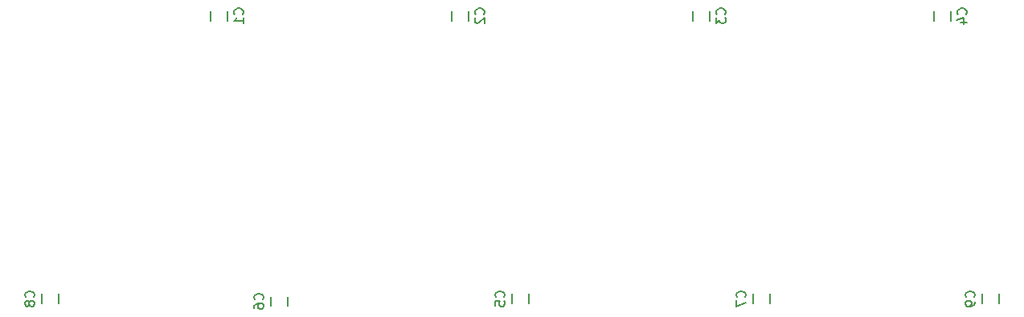
<source format=gbr>
G04 #@! TF.FileFunction,Legend,Bot*
%FSLAX46Y46*%
G04 Gerber Fmt 4.6, Leading zero omitted, Abs format (unit mm)*
G04 Created by KiCad (PCBNEW 4.0.2+dfsg1-stable) date Fri 15 Jul 2016 15:34:48 BRT*
%MOMM*%
G01*
G04 APERTURE LIST*
%ADD10C,0.100000*%
%ADD11C,0.150000*%
G04 APERTURE END LIST*
D10*
D11*
X99910000Y-105545000D02*
X99910000Y-106545000D01*
X98210000Y-106545000D02*
X98210000Y-105545000D01*
X125310000Y-105545000D02*
X125310000Y-106545000D01*
X123610000Y-106545000D02*
X123610000Y-105545000D01*
X150710000Y-105545000D02*
X150710000Y-106545000D01*
X149010000Y-106545000D02*
X149010000Y-105545000D01*
X176110000Y-105545000D02*
X176110000Y-106545000D01*
X174410000Y-106545000D02*
X174410000Y-105545000D01*
X129960000Y-136390000D02*
X129960000Y-135390000D01*
X131660000Y-135390000D02*
X131660000Y-136390000D01*
X104560000Y-136660000D02*
X104560000Y-135660000D01*
X106260000Y-135660000D02*
X106260000Y-136660000D01*
X155360000Y-136390000D02*
X155360000Y-135390000D01*
X157060000Y-135390000D02*
X157060000Y-136390000D01*
X80430000Y-136390000D02*
X80430000Y-135390000D01*
X82130000Y-135390000D02*
X82130000Y-136390000D01*
X179490000Y-136390000D02*
X179490000Y-135390000D01*
X181190000Y-135390000D02*
X181190000Y-136390000D01*
X101517143Y-105878334D02*
X101564762Y-105830715D01*
X101612381Y-105687858D01*
X101612381Y-105592620D01*
X101564762Y-105449762D01*
X101469524Y-105354524D01*
X101374286Y-105306905D01*
X101183810Y-105259286D01*
X101040952Y-105259286D01*
X100850476Y-105306905D01*
X100755238Y-105354524D01*
X100660000Y-105449762D01*
X100612381Y-105592620D01*
X100612381Y-105687858D01*
X100660000Y-105830715D01*
X100707619Y-105878334D01*
X101612381Y-106830715D02*
X101612381Y-106259286D01*
X101612381Y-106545000D02*
X100612381Y-106545000D01*
X100755238Y-106449762D01*
X100850476Y-106354524D01*
X100898095Y-106259286D01*
X126917143Y-105878334D02*
X126964762Y-105830715D01*
X127012381Y-105687858D01*
X127012381Y-105592620D01*
X126964762Y-105449762D01*
X126869524Y-105354524D01*
X126774286Y-105306905D01*
X126583810Y-105259286D01*
X126440952Y-105259286D01*
X126250476Y-105306905D01*
X126155238Y-105354524D01*
X126060000Y-105449762D01*
X126012381Y-105592620D01*
X126012381Y-105687858D01*
X126060000Y-105830715D01*
X126107619Y-105878334D01*
X126107619Y-106259286D02*
X126060000Y-106306905D01*
X126012381Y-106402143D01*
X126012381Y-106640239D01*
X126060000Y-106735477D01*
X126107619Y-106783096D01*
X126202857Y-106830715D01*
X126298095Y-106830715D01*
X126440952Y-106783096D01*
X127012381Y-106211667D01*
X127012381Y-106830715D01*
X152317143Y-105878334D02*
X152364762Y-105830715D01*
X152412381Y-105687858D01*
X152412381Y-105592620D01*
X152364762Y-105449762D01*
X152269524Y-105354524D01*
X152174286Y-105306905D01*
X151983810Y-105259286D01*
X151840952Y-105259286D01*
X151650476Y-105306905D01*
X151555238Y-105354524D01*
X151460000Y-105449762D01*
X151412381Y-105592620D01*
X151412381Y-105687858D01*
X151460000Y-105830715D01*
X151507619Y-105878334D01*
X151412381Y-106211667D02*
X151412381Y-106830715D01*
X151793333Y-106497381D01*
X151793333Y-106640239D01*
X151840952Y-106735477D01*
X151888571Y-106783096D01*
X151983810Y-106830715D01*
X152221905Y-106830715D01*
X152317143Y-106783096D01*
X152364762Y-106735477D01*
X152412381Y-106640239D01*
X152412381Y-106354524D01*
X152364762Y-106259286D01*
X152317143Y-106211667D01*
X177717143Y-105878334D02*
X177764762Y-105830715D01*
X177812381Y-105687858D01*
X177812381Y-105592620D01*
X177764762Y-105449762D01*
X177669524Y-105354524D01*
X177574286Y-105306905D01*
X177383810Y-105259286D01*
X177240952Y-105259286D01*
X177050476Y-105306905D01*
X176955238Y-105354524D01*
X176860000Y-105449762D01*
X176812381Y-105592620D01*
X176812381Y-105687858D01*
X176860000Y-105830715D01*
X176907619Y-105878334D01*
X177145714Y-106735477D02*
X177812381Y-106735477D01*
X176764762Y-106497381D02*
X177479048Y-106259286D01*
X177479048Y-106878334D01*
X129067143Y-135723334D02*
X129114762Y-135675715D01*
X129162381Y-135532858D01*
X129162381Y-135437620D01*
X129114762Y-135294762D01*
X129019524Y-135199524D01*
X128924286Y-135151905D01*
X128733810Y-135104286D01*
X128590952Y-135104286D01*
X128400476Y-135151905D01*
X128305238Y-135199524D01*
X128210000Y-135294762D01*
X128162381Y-135437620D01*
X128162381Y-135532858D01*
X128210000Y-135675715D01*
X128257619Y-135723334D01*
X128162381Y-136628096D02*
X128162381Y-136151905D01*
X128638571Y-136104286D01*
X128590952Y-136151905D01*
X128543333Y-136247143D01*
X128543333Y-136485239D01*
X128590952Y-136580477D01*
X128638571Y-136628096D01*
X128733810Y-136675715D01*
X128971905Y-136675715D01*
X129067143Y-136628096D01*
X129114762Y-136580477D01*
X129162381Y-136485239D01*
X129162381Y-136247143D01*
X129114762Y-136151905D01*
X129067143Y-136104286D01*
X103667143Y-135993334D02*
X103714762Y-135945715D01*
X103762381Y-135802858D01*
X103762381Y-135707620D01*
X103714762Y-135564762D01*
X103619524Y-135469524D01*
X103524286Y-135421905D01*
X103333810Y-135374286D01*
X103190952Y-135374286D01*
X103000476Y-135421905D01*
X102905238Y-135469524D01*
X102810000Y-135564762D01*
X102762381Y-135707620D01*
X102762381Y-135802858D01*
X102810000Y-135945715D01*
X102857619Y-135993334D01*
X102762381Y-136850477D02*
X102762381Y-136660000D01*
X102810000Y-136564762D01*
X102857619Y-136517143D01*
X103000476Y-136421905D01*
X103190952Y-136374286D01*
X103571905Y-136374286D01*
X103667143Y-136421905D01*
X103714762Y-136469524D01*
X103762381Y-136564762D01*
X103762381Y-136755239D01*
X103714762Y-136850477D01*
X103667143Y-136898096D01*
X103571905Y-136945715D01*
X103333810Y-136945715D01*
X103238571Y-136898096D01*
X103190952Y-136850477D01*
X103143333Y-136755239D01*
X103143333Y-136564762D01*
X103190952Y-136469524D01*
X103238571Y-136421905D01*
X103333810Y-136374286D01*
X154467143Y-135723334D02*
X154514762Y-135675715D01*
X154562381Y-135532858D01*
X154562381Y-135437620D01*
X154514762Y-135294762D01*
X154419524Y-135199524D01*
X154324286Y-135151905D01*
X154133810Y-135104286D01*
X153990952Y-135104286D01*
X153800476Y-135151905D01*
X153705238Y-135199524D01*
X153610000Y-135294762D01*
X153562381Y-135437620D01*
X153562381Y-135532858D01*
X153610000Y-135675715D01*
X153657619Y-135723334D01*
X153562381Y-136056667D02*
X153562381Y-136723334D01*
X154562381Y-136294762D01*
X79537143Y-135723334D02*
X79584762Y-135675715D01*
X79632381Y-135532858D01*
X79632381Y-135437620D01*
X79584762Y-135294762D01*
X79489524Y-135199524D01*
X79394286Y-135151905D01*
X79203810Y-135104286D01*
X79060952Y-135104286D01*
X78870476Y-135151905D01*
X78775238Y-135199524D01*
X78680000Y-135294762D01*
X78632381Y-135437620D01*
X78632381Y-135532858D01*
X78680000Y-135675715D01*
X78727619Y-135723334D01*
X79060952Y-136294762D02*
X79013333Y-136199524D01*
X78965714Y-136151905D01*
X78870476Y-136104286D01*
X78822857Y-136104286D01*
X78727619Y-136151905D01*
X78680000Y-136199524D01*
X78632381Y-136294762D01*
X78632381Y-136485239D01*
X78680000Y-136580477D01*
X78727619Y-136628096D01*
X78822857Y-136675715D01*
X78870476Y-136675715D01*
X78965714Y-136628096D01*
X79013333Y-136580477D01*
X79060952Y-136485239D01*
X79060952Y-136294762D01*
X79108571Y-136199524D01*
X79156190Y-136151905D01*
X79251429Y-136104286D01*
X79441905Y-136104286D01*
X79537143Y-136151905D01*
X79584762Y-136199524D01*
X79632381Y-136294762D01*
X79632381Y-136485239D01*
X79584762Y-136580477D01*
X79537143Y-136628096D01*
X79441905Y-136675715D01*
X79251429Y-136675715D01*
X79156190Y-136628096D01*
X79108571Y-136580477D01*
X79060952Y-136485239D01*
X178597143Y-135723334D02*
X178644762Y-135675715D01*
X178692381Y-135532858D01*
X178692381Y-135437620D01*
X178644762Y-135294762D01*
X178549524Y-135199524D01*
X178454286Y-135151905D01*
X178263810Y-135104286D01*
X178120952Y-135104286D01*
X177930476Y-135151905D01*
X177835238Y-135199524D01*
X177740000Y-135294762D01*
X177692381Y-135437620D01*
X177692381Y-135532858D01*
X177740000Y-135675715D01*
X177787619Y-135723334D01*
X178692381Y-136199524D02*
X178692381Y-136390000D01*
X178644762Y-136485239D01*
X178597143Y-136532858D01*
X178454286Y-136628096D01*
X178263810Y-136675715D01*
X177882857Y-136675715D01*
X177787619Y-136628096D01*
X177740000Y-136580477D01*
X177692381Y-136485239D01*
X177692381Y-136294762D01*
X177740000Y-136199524D01*
X177787619Y-136151905D01*
X177882857Y-136104286D01*
X178120952Y-136104286D01*
X178216190Y-136151905D01*
X178263810Y-136199524D01*
X178311429Y-136294762D01*
X178311429Y-136485239D01*
X178263810Y-136580477D01*
X178216190Y-136628096D01*
X178120952Y-136675715D01*
M02*

</source>
